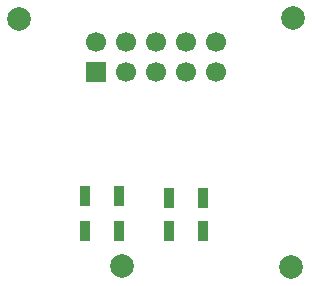
<source format=gbr>
G04 #@! TF.GenerationSoftware,KiCad,Pcbnew,(5.1.5)-3*
G04 #@! TF.CreationDate,2020-11-29T18:58:37+00:00*
G04 #@! TF.ProjectId,Retrospector_Power_Test_LM2675,52657472-6f73-4706-9563-746f725f506f,rev?*
G04 #@! TF.SameCoordinates,Original*
G04 #@! TF.FileFunction,Soldermask,Bot*
G04 #@! TF.FilePolarity,Negative*
%FSLAX46Y46*%
G04 Gerber Fmt 4.6, Leading zero omitted, Abs format (unit mm)*
G04 Created by KiCad (PCBNEW (5.1.5)-3) date 2020-11-29 18:58:37*
%MOMM*%
%LPD*%
G04 APERTURE LIST*
%ADD10C,1.700000*%
%ADD11R,1.700000X1.700000*%
%ADD12R,0.900000X1.700000*%
%ADD13C,2.000000*%
G04 APERTURE END LIST*
D10*
X103660000Y-53460000D03*
X103660000Y-56000000D03*
X101120000Y-53460000D03*
X101120000Y-56000000D03*
X98580000Y-53460000D03*
X98580000Y-56000000D03*
X96040000Y-53460000D03*
X96040000Y-56000000D03*
X93500000Y-53460000D03*
D11*
X93500000Y-56000000D03*
D12*
X95450000Y-66500000D03*
X92550000Y-66500000D03*
X102550000Y-69400000D03*
X99650000Y-69400000D03*
X92550000Y-69400000D03*
X95450000Y-69400000D03*
X102550000Y-66600000D03*
X99650000Y-66600000D03*
D13*
X110200000Y-51400000D03*
X95700000Y-72400000D03*
X110000000Y-72500000D03*
X87000000Y-51500000D03*
M02*

</source>
